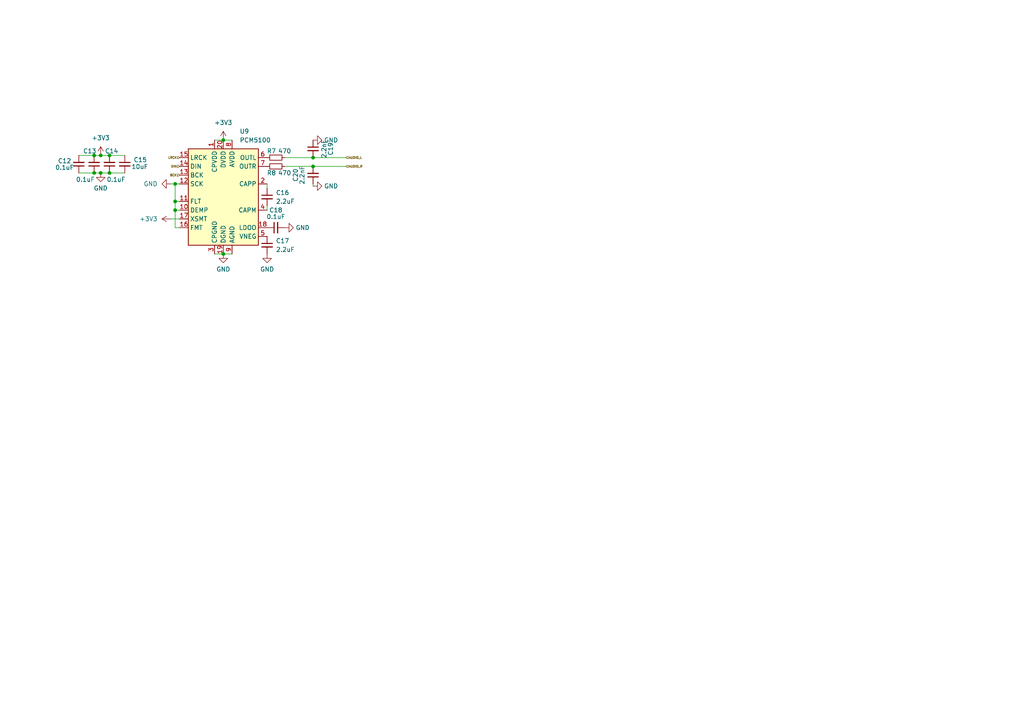
<source format=kicad_sch>
(kicad_sch (version 20230121) (generator eeschema)
  (paper "A4")
  (title_block (title "PicoGUS") (date "2023-12-13") (rev "v1.2"))
  (lib_symbols
    (symbol "Audio:PCM5100"
      (property "Reference" "U" (at -10.16 13.97 0))
      (property "Value" "PCM5100" (at 3.81 13.97 0))
      (symbol "PCM5100_0_1"
        (rectangle (start -10.16 12.7) (end 10.16 -15.24) (stroke (width 0.254)) (fill (type background)))
      )
      (symbol "PCM5100_1_1"
        (pin passive line (at -2.54 15.24 270) (length 2.54) (name "CPVDD") (number "1"))
        (pin input line (at -12.7 -5.08 0) (length 2.54) (name "DEMP") (number "10"))
        (pin input line (at -12.7 -2.54 0) (length 2.54) (name "FLT") (number "11"))
        (pin input line (at -12.7 2.54 0) (length 2.54) (name "SCK") (number "12"))
        (pin input line (at -12.7 5.08 0) (length 2.54) (name "BCK") (number "13"))
        (pin input line (at -12.7 7.62 0) (length 2.54) (name "DIN") (number "14"))
        (pin input line (at -12.7 10.16 0) (length 2.54) (name "LRCK") (number "15"))
        (pin input line (at -12.7 -10.16 0) (length 2.54) (name "FMT") (number "16"))
        (pin input line (at -12.7 -7.62 0) (length 2.54) (name "XSMT") (number "17"))
        (pin passive line (at 12.7 -10.16 180) (length 2.54) (name "LDOO") (number "18"))
        (pin power_in line (at 0 -17.78 90) (length 2.54) (name "DGND") (number "19"))
        (pin passive line (at 12.7 2.54 180) (length 2.54) (name "CAPP") (number "2"))
        (pin power_in line (at 0 15.24 270) (length 2.54) (name "DVDD") (number "20"))
        (pin power_in line (at -2.54 -17.78 90) (length 2.54) (name "CPGND") (number "3"))
        (pin passive line (at 12.7 -5.08 180) (length 2.54) (name "CAPM") (number "4"))
        (pin passive line (at 12.7 -12.7 180) (length 2.54) (name "VNEG") (number "5"))
        (pin output line (at 12.7 10.16 180) (length 2.54) (name "OUTL") (number "6"))
        (pin output line (at 12.7 7.62 180) (length 2.54) (name "OUTR") (number "7"))
        (pin power_in line (at 2.54 15.24 270) (length 2.54) (name "AVDD") (number "8"))
        (pin power_in line (at 2.54 -17.78 90) (length 2.54) (name "AGND") (number "9"))
      )
    )
    (symbol "Device:C_Small" (pin_numbers hide) (pin_names (offset 0.254) hide)
      (property "Reference" "C" (at 0.254 1.778 0))
      (property "Value" "C_Small" (at 0.254 -2.032 0))
      (symbol "C_Small_0_1"
        (polyline (pts (xy -1.524 -0.508) (xy 1.524 -0.508)) (stroke (width 0.3302)))
        (polyline (pts (xy -1.524 0.508) (xy 1.524 0.508)) (stroke (width 0.3048)))
      )
      (symbol "C_Small_1_1"
        (pin passive line (at 0 2.54 270) (length 2.032) (name "~") (number "1"))
        (pin passive line (at 0 -2.54 90) (length 2.032) (name "~") (number "2"))
      )
    )
    (symbol "Device:R_Small" (pin_numbers hide) (pin_names (offset 0.254) hide)
      (property "Reference" "R" (at 0.762 0.508 0))
      (property "Value" "R_Small" (at 0.762 -1.016 0))
      (symbol "R_Small_0_1"
        (rectangle (start -0.762 1.778) (end 0.762 -1.778) (stroke (width 0.2032)))
      )
      (symbol "R_Small_1_1"
        (pin passive line (at 0 2.54 270) (length 0.762) (name "~") (number "1"))
        (pin passive line (at 0 -2.54 90) (length 0.762) (name "~") (number "2"))
      )
    )
    (symbol "power:+3V3" (power) (pin_names (offset 0))
      (property "Value" "+3V3" (at 0 3.556 0))
      (symbol "+3V3_0_1"
        (polyline (pts (xy -0.762 1.27) (xy 0 2.54)))
        (polyline (pts (xy 0 0) (xy 0 2.54)))
        (polyline (pts (xy 0 2.54) (xy 0.762 1.27)))
      )
      (symbol "+3V3_1_1"
        (pin power_in line (at 0 0 90) (length 0) hide (name "+3V3") (number "1"))
      )
    )
    (symbol "power:GND" (power) (pin_names (offset 0))
      (property "Value" "GND" (at 0 -3.81 0))
      (symbol "GND_0_1"
        (polyline (pts (xy 0 0) (xy 0 -1.27) (xy 1.27 -1.27) (xy 0 -2.54) (xy -1.27 -1.27) (xy 0 -1.27)))
      )
      (symbol "GND_1_1"
        (pin power_in line (at 0 0 270) (length 0) hide (name "GND") (number "1"))
      )
    )
  )
  (junction (at 27.305 50.165))
  (junction (at 50.8 58.42))
  (junction (at 31.75 45.085))
  (junction (at 90.805 45.72))
  (junction (at 31.75 50.165))
  (junction (at 90.805 48.26))
  (junction (at 50.8 53.34))
  (junction (at 50.8 60.96))
  (junction (at 29.21 45.085))
  (junction (at 64.77 40.64))
  (junction (at 29.21 50.165))
  (junction (at 27.305 45.085))
  (junction (at 64.77 73.66))
  (wire (pts (xy 82.55 48.26) (xy 90.805 48.26)))
  (wire (pts (xy 90.805 45.72) (xy 100.33 45.72)))
  (wire (pts (xy 64.77 40.64) (xy 67.31 40.64)))
  (wire (pts (xy 50.8 58.42) (xy 52.07 58.42)))
  (wire (pts (xy 36.195 45.085) (xy 31.75 45.085)))
  (wire (pts (xy 90.805 53.34) (xy 90.805 53.975)))
  (wire (pts (xy 50.8 53.34) (xy 50.8 58.42)))
  (wire (pts (xy 90.805 48.26) (xy 100.33 48.26)))
  (wire (pts (xy 82.55 45.72) (xy 90.805 45.72)))
  (wire (pts (xy 49.53 63.5) (xy 52.07 63.5)))
  (wire (pts (xy 50.8 60.96) (xy 52.07 60.96)))
  (wire (pts (xy 77.47 53.34) (xy 77.47 54.61)))
  (wire (pts (xy 22.86 45.085) (xy 27.305 45.085)))
  (wire (pts (xy 27.305 45.085) (xy 29.21 45.085)))
  (wire (pts (xy 62.23 40.64) (xy 64.77 40.64)))
  (wire (pts (xy 50.8 66.04) (xy 52.07 66.04)))
  (wire (pts (xy 49.53 53.34) (xy 50.8 53.34)))
  (wire (pts (xy 50.8 60.96) (xy 50.8 66.04)))
  (wire (pts (xy 29.21 45.085) (xy 31.75 45.085)))
  (wire (pts (xy 29.21 50.165) (xy 31.75 50.165)))
  (wire (pts (xy 50.8 58.42) (xy 50.8 60.96)))
  (wire (pts (xy 77.47 59.69) (xy 77.47 60.96)))
  (wire (pts (xy 64.77 73.66) (xy 67.31 73.66)))
  (wire (pts (xy 22.86 50.165) (xy 27.305 50.165)))
  (wire (pts (xy 62.23 73.66) (xy 64.77 73.66)))
  (wire (pts (xy 31.75 50.165) (xy 36.195 50.165)))
  (wire (pts (xy 27.305 50.165) (xy 29.21 50.165)))
  (wire (pts (xy 50.8 53.34) (xy 52.07 53.34)))
  (hierarchical_label "AUDIO_L" (shape input) (at 100.33 45.72 0) (effects (font (size 0.635 0.635))))
  (hierarchical_label "AUDIO_R" (shape input) (at 100.33 48.26 0) (effects (font (size 0.635 0.635))))
  (hierarchical_label "LRCK" (shape input) (at 52.07 45.72 180) (effects (font (size 0.635 0.635))))
  (hierarchical_label "BCK" (shape input) (at 52.07 50.8 180) (effects (font (size 0.635 0.635))))
  (hierarchical_label "DIN" (shape input) (at 52.07 48.26 180) (effects (font (size 0.635 0.635))))
  (symbol (lib_id "Device:C_Small") (at 90.805 50.8 180) (unit 1)
    (property "Reference" "C20" (at 85.725 50.8 90))
    (property "Value" "2.2nF" (at 87.63 50.8 90))
    (property "Footprint" "Capacitor_SMD:C_0805_2012Metric" (effects hide))
  )
  (symbol (lib_id "Device:C_Small") (at 22.86 47.625 180) (unit 1)
    (property "Reference" "C12" (at 18.7325 46.6725 0))
    (property "Value" "0.1uF" (at 18.7325 48.5775 0))
    (property "Footprint" "Capacitor_SMD:C_0805_2012Metric" (effects hide))
  )
  (symbol (lib_id "Device:C_Small") (at 80.01 66.04 90) (unit 1)
    (property "Reference" "C18" (at 80.01 60.96 90))
    (property "Value" "0.1uF" (at 80.01 62.865 90))
    (property "Footprint" "Capacitor_SMD:C_0805_2012Metric" (effects hide))
  )
  (symbol (lib_id "Device:C_Small") (at 77.47 57.15 0) (unit 1)
    (property "Reference" "C16" (at 80.01 55.8863 0) (effects (justify left)))
    (property "Value" "2.2uF" (at 80.01 58.4263 0) (effects (justify left)))
    (property "Footprint" "Capacitor_SMD:C_0805_2012Metric" (effects hide))
  )
  (symbol (lib_id "Device:C_Small") (at 90.805 43.18 0) (unit 1)
    (property "Reference" "C19" (at 95.885 43.18 90))
    (property "Value" "2.2nF" (at 93.98 43.18 90))
    (property "Footprint" "Capacitor_SMD:C_0805_2012Metric" (effects hide))
  )
  (symbol (lib_id "power:GND") (at 90.805 53.975 90) (unit 1)
    (property "Reference" "#PWR035" (effects hide))
    (property "Value" "GND" (at 93.98 53.975 90) (effects (justify right)))
  )
  (symbol (lib_id "power:GND") (at 82.55 66.04 90) (unit 1)
    (property "Reference" "#PWR033" (effects hide))
    (property "Value" "GND" (at 85.725 66.04 90) (effects (justify right)))
  )
  (symbol (lib_id "Device:C_Small") (at 27.305 47.625 180) (unit 1)
    (property "Reference" "C13" (at 26.035 43.815 0))
    (property "Value" "0.1uF" (at 24.765 52.07 0))
    (property "Footprint" "Capacitor_SMD:C_0805_2012Metric" (effects hide))
  )
  (symbol (lib_id "Device:C_Small") (at 36.195 47.625 0) (unit 1)
    (property "Reference" "C15" (at 38.735 46.355 0) (effects (justify left)))
    (property "Value" "10uF" (at 38.1 48.3489 0) (effects (justify left)))
    (property "Footprint" "Capacitor_SMD:C_0805_2012Metric" (effects hide))
  )
  (symbol (lib_id "Device:C_Small") (at 77.47 71.12 0) (unit 1)
    (property "Reference" "C17" (at 80.01 69.8563 0) (effects (justify left)))
    (property "Value" "2.2uF" (at 80.01 72.3963 0) (effects (justify left)))
    (property "Footprint" "Capacitor_SMD:C_0805_2012Metric" (effects hide))
  )
  (symbol (lib_id "power:GND") (at 64.77 73.66 0) (unit 1)
    (property "Reference" "#PWR031" (effects hide))
    (property "Value" "GND" (at 64.77 78.105 0))
  )
  (symbol (lib_id "power:GND") (at 29.21 50.165 0) (unit 1)
    (property "Reference" "#PWR025" (effects hide))
    (property "Value" "GND" (at 29.21 54.61 0))
  )
  (symbol (lib_id "Audio:PCM5100") (at 64.77 55.88 0) (unit 1)
    (property "Reference" "U9" (at 69.5041 38.1 0) (effects (justify left)))
    (property "Value" "PCM5100" (at 69.5041 40.64 0) (effects (justify left)))
    (property "Footprint" "Package_SO:TSSOP-20_4.4x6.5mm_P0.65mm" (effects hide))
    (property "Datasheet" "http://www.ti.com/lit/ds/symlink/pcm5100.pdf" (effects hide))
  )
  (symbol (lib_id "power:GND") (at 77.47 73.66 0) (unit 1)
    (property "Reference" "#PWR032" (effects hide))
    (property "Value" "GND" (at 77.47 78.105 0))
  )
  (symbol (lib_id "Device:R_Small") (at 80.01 48.26 90) (unit 1)
    (property "Reference" "R8" (at 78.74 50.165 90))
    (property "Value" "470" (at 82.55 50.165 90))
    (property "Footprint" "Resistor_SMD:R_0805_2012Metric" (effects hide))
  )
  (symbol (lib_id "power:+3V3") (at 64.77 40.64 0) (unit 1)
    (property "Reference" "#PWR030" (effects hide))
    (property "Value" "+3V3" (at 64.77 35.56 0))
  )
  (symbol (lib_id "power:GND") (at 90.805 40.64 90) (unit 1)
    (property "Reference" "#PWR034" (effects hide))
    (property "Value" "GND" (at 93.98 40.64 90) (effects (justify right)))
  )
  (symbol (lib_id "power:+3V3") (at 29.21 45.085 0) (unit 1)
    (property "Reference" "#PWR024" (effects hide))
    (property "Value" "+3V3" (at 29.21 40.005 0))
  )
  (symbol (lib_id "Device:C_Small") (at 31.75 47.625 180) (unit 1)
    (property "Reference" "C14" (at 32.385 43.815 0))
    (property "Value" "0.1uF" (at 33.655 52.07 0))
    (property "Footprint" "Capacitor_SMD:C_0805_2012Metric" (effects hide))
  )
  (symbol (lib_id "power:+3V3") (at 49.53 63.5 90) (unit 1)
    (property "Reference" "#PWR029" (effects hide))
    (property "Value" "+3V3" (at 45.72 63.5 90) (effects (justify left)))
  )
  (symbol (lib_id "power:GND") (at 49.53 53.34 270) (unit 1)
    (property "Reference" "#PWR026" (effects hide))
    (property "Value" "GND" (at 45.72 53.34 90) (effects (justify right)))
  )
  (symbol (lib_id "Device:R_Small") (at 80.01 45.72 90) (unit 1)
    (property "Reference" "R7" (at 78.74 43.815 90))
    (property "Value" "470" (at 82.55 43.815 90))
    (property "Footprint" "Resistor_SMD:R_0805_2012Metric" (effects hide))
  )
)
</source>
